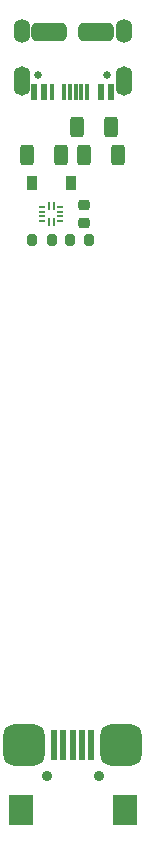
<source format=gbr>
%TF.GenerationSoftware,KiCad,Pcbnew,(6.0.7)*%
%TF.CreationDate,2022-10-02T22:03:49-05:00*%
%TF.ProjectId,OTG_PCB,4f54475f-5043-4422-9e6b-696361645f70,rev?*%
%TF.SameCoordinates,Original*%
%TF.FileFunction,Soldermask,Top*%
%TF.FilePolarity,Negative*%
%FSLAX46Y46*%
G04 Gerber Fmt 4.6, Leading zero omitted, Abs format (unit mm)*
G04 Created by KiCad (PCBNEW (6.0.7)) date 2022-10-02 22:03:49*
%MOMM*%
%LPD*%
G01*
G04 APERTURE LIST*
G04 Aperture macros list*
%AMRoundRect*
0 Rectangle with rounded corners*
0 $1 Rounding radius*
0 $2 $3 $4 $5 $6 $7 $8 $9 X,Y pos of 4 corners*
0 Add a 4 corners polygon primitive as box body*
4,1,4,$2,$3,$4,$5,$6,$7,$8,$9,$2,$3,0*
0 Add four circle primitives for the rounded corners*
1,1,$1+$1,$2,$3*
1,1,$1+$1,$4,$5*
1,1,$1+$1,$6,$7*
1,1,$1+$1,$8,$9*
0 Add four rect primitives between the rounded corners*
20,1,$1+$1,$2,$3,$4,$5,0*
20,1,$1+$1,$4,$5,$6,$7,0*
20,1,$1+$1,$6,$7,$8,$9,0*
20,1,$1+$1,$8,$9,$2,$3,0*%
G04 Aperture macros list end*
%ADD10R,0.200000X0.700001*%
%ADD11R,0.499999X0.200000*%
%ADD12R,0.900000X1.200000*%
%ADD13C,0.650000*%
%ADD14O,1.400000X2.000000*%
%ADD15RoundRect,0.381000X1.119000X0.381000X-1.119000X0.381000X-1.119000X-0.381000X1.119000X-0.381000X0*%
%ADD16O,1.400000X2.500000*%
%ADD17R,0.600000X1.450000*%
%ADD18R,0.300000X1.450000*%
%ADD19RoundRect,0.875000X-0.875000X-0.875000X0.875000X-0.875000X0.875000X0.875000X-0.875000X0.875000X0*%
%ADD20C,0.900000*%
%ADD21R,0.500000X2.500000*%
%ADD22R,2.000000X2.500000*%
%ADD23RoundRect,0.225000X0.250000X-0.225000X0.250000X0.225000X-0.250000X0.225000X-0.250000X-0.225000X0*%
%ADD24RoundRect,0.200000X-0.200000X-0.275000X0.200000X-0.275000X0.200000X0.275000X-0.200000X0.275000X0*%
%ADD25RoundRect,0.200000X0.200000X0.275000X-0.200000X0.275000X-0.200000X-0.275000X0.200000X-0.275000X0*%
%ADD26RoundRect,0.250000X-0.312500X-0.625000X0.312500X-0.625000X0.312500X0.625000X-0.312500X0.625000X0*%
%ADD27RoundRect,0.250000X0.312500X0.625000X-0.312500X0.625000X-0.312500X-0.625000X0.312500X-0.625000X0*%
G04 APERTURE END LIST*
D10*
%TO.C,U2*%
X109442764Y-84543550D03*
X109042764Y-84543550D03*
D11*
X108492763Y-84593552D03*
X108492763Y-84993551D03*
X108492763Y-85393551D03*
X108492763Y-85793550D03*
D10*
X109042764Y-85843552D03*
X109442764Y-85843552D03*
D11*
X109992765Y-85793550D03*
X109992765Y-85393551D03*
X109992765Y-84993551D03*
X109992765Y-84593552D03*
%TD*%
D12*
%TO.C,D1*%
X110892764Y-82593551D03*
X107592764Y-82593551D03*
%TD*%
D13*
%TO.C,J5*%
X113932764Y-73393551D03*
D14*
X106722764Y-69743551D03*
D15*
X113042764Y-69793551D03*
X109042764Y-69793551D03*
D16*
X106722764Y-73923551D03*
D14*
X115362764Y-69743551D03*
D16*
X115362764Y-73923551D03*
D13*
X108152764Y-73393551D03*
D17*
X114292764Y-74838551D03*
X113492764Y-74838551D03*
D18*
X112292764Y-74838551D03*
X111292764Y-74838551D03*
X110792764Y-74838551D03*
D17*
X108592764Y-74838551D03*
X107792764Y-74838551D03*
X107792764Y-74838551D03*
X108592764Y-74838551D03*
D18*
X109292764Y-74838551D03*
X110292764Y-74838551D03*
X111792764Y-74838551D03*
D17*
X113492764Y-74838551D03*
X114292764Y-74838551D03*
%TD*%
D19*
%TO.C,J4*%
X106942764Y-130168551D03*
D20*
X108842764Y-132768551D03*
D19*
X115142764Y-130168551D03*
D20*
X113242764Y-132768551D03*
D21*
X109442764Y-130168551D03*
X110242764Y-130168551D03*
X111042764Y-130168551D03*
X111842764Y-130168551D03*
X112642764Y-130168551D03*
D22*
X106642764Y-135668551D03*
X115442764Y-135668551D03*
%TD*%
D23*
%TO.C,C1*%
X112042764Y-85968551D03*
X112042764Y-84418551D03*
%TD*%
D24*
%TO.C,R4*%
X107617764Y-87393551D03*
X109267764Y-87393551D03*
%TD*%
D25*
%TO.C,R3*%
X112467764Y-87393551D03*
X110817764Y-87393551D03*
%TD*%
D26*
%TO.C,R6*%
X111980264Y-80193551D03*
X114905264Y-80193551D03*
%TD*%
D27*
%TO.C,R7*%
X110105264Y-80193551D03*
X107180264Y-80193551D03*
%TD*%
D26*
%TO.C,R5*%
X111380264Y-77793551D03*
X114305264Y-77793551D03*
%TD*%
M02*

</source>
